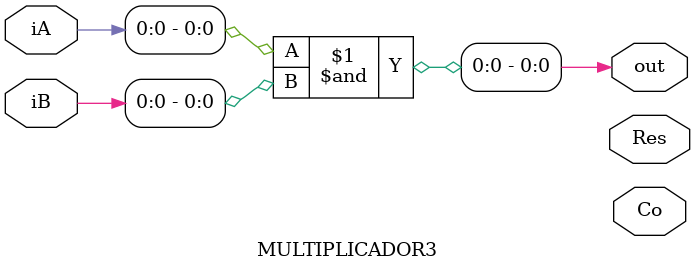
<source format=v>
`include "labdigitales.v"

module MULTIPLICADOR3 # (parameter SIZE=16)
(
	input wire [SIZE-1:0] iA,
	input wire [SIZE-1:0] iB,
	output wire Co,
	output wire [SIZE:0] Res,
	output wire [2*SIZE-1:0] out
);
wire [SIZE-1:0] Ci; // Considerar si se ocupa o no

// module mul1bit(
// 	output wire wResult,
// 	output wire CarryOut,
// 	input wire CarryIn,
// 	input wire 	 A,
// 	input wire 	 B
// 	);


// mul1bit celda(
// 	.wResult(Res),
// 	.CarryOut(Co),
// 	.CarryIn(Ci), // Considerar si se ocupa o no
// 	.A(iA),
// 	.B(iB)
// 	);

	genvar i,j; // Variables que usan los FOR statement para instanciar en compilación cada bloque
	generate
		for (i=0; i<SIZE-1; i=i+1) begin
			if (i==0) begin
				assign out[0] = iA[0]&iB[0];

			end
			else begin : CELL
				for (j=0; j<SIZE-1; j=j+1) begin


				end
			end
		end
	endgenerate

endmodule

</source>
